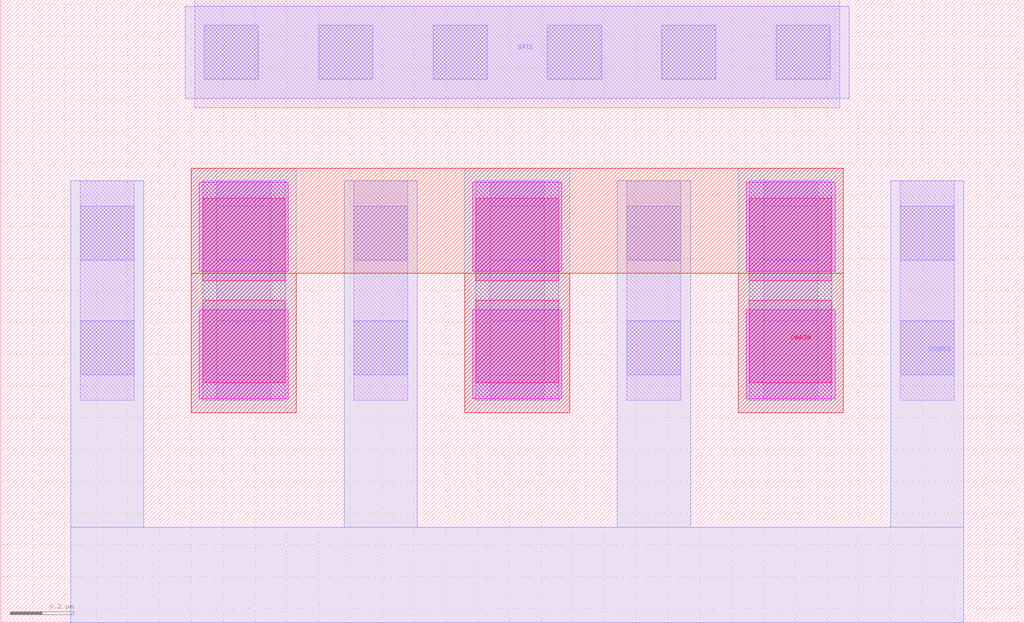
<source format=lef>
# Copyright 2020 The SkyWater PDK Authors
#
# Licensed under the Apache License, Version 2.0 (the "License");
# you may not use this file except in compliance with the License.
# You may obtain a copy of the License at
#
#     https://www.apache.org/licenses/LICENSE-2.0
#
# Unless required by applicable law or agreed to in writing, software
# distributed under the License is distributed on an "AS IS" BASIS,
# WITHOUT WARRANTIES OR CONDITIONS OF ANY KIND, either express or implied.
# See the License for the specific language governing permissions and
# limitations under the License.
#
# SPDX-License-Identifier: Apache-2.0

VERSION 5.7 ;
  NOWIREEXTENSIONATPIN ON ;
  DIVIDERCHAR "/" ;
  BUSBITCHARS "[]" ;
MACRO sky130_fd_pr__rf_pfet_01v8_aF06W0p84L0p15
  CLASS BLOCK ;
  FOREIGN sky130_fd_pr__rf_pfet_01v8_aF06W0p84L0p15 ;
  ORIGIN  0.000000  0.445000 ;
  SIZE  3.220000 BY  1.960000 ;
  PIN DRAIN
    ANTENNADIFFAREA  0.705600 ;
    PORT
      LAYER met3 ;
        RECT 0.600000 0.215000 0.930000 0.655000 ;
        RECT 0.600000 0.655000 2.650000 0.985000 ;
        RECT 1.460000 0.215000 1.790000 0.655000 ;
        RECT 2.320000 0.215000 2.650000 0.655000 ;
    END
  END DRAIN
  PIN GATE
    ANTENNAGATEAREA  0.756000 ;
    PORT
      LAYER met1 ;
        RECT 0.580000 1.205000 2.670000 1.495000 ;
    END
  END GATE
  PIN SOURCE
    ANTENNADIFFAREA  0.915600 ;
    PORT
      LAYER met1 ;
        RECT 0.220000 -0.445000 3.030000 -0.145000 ;
        RECT 0.220000 -0.145000 0.450000  0.945000 ;
        RECT 1.080000 -0.145000 1.310000  0.945000 ;
        RECT 1.940000 -0.145000 2.170000  0.945000 ;
        RECT 2.800000 -0.145000 3.030000  0.945000 ;
    END
  END SOURCE
  OBS
    LAYER li1 ;
      RECT 0.250000 0.255000 0.420000 0.945000 ;
      RECT 0.610000 1.175000 2.640000 1.515000 ;
      RECT 0.680000 0.255000 0.850000 0.945000 ;
      RECT 1.110000 0.255000 1.280000 0.945000 ;
      RECT 1.540000 0.255000 1.710000 0.945000 ;
      RECT 1.970000 0.255000 2.140000 0.945000 ;
      RECT 2.400000 0.255000 2.570000 0.945000 ;
      RECT 2.830000 0.255000 3.000000 0.945000 ;
    LAYER mcon ;
      RECT 0.250000 0.335000 0.420000 0.505000 ;
      RECT 0.250000 0.695000 0.420000 0.865000 ;
      RECT 0.640000 1.265000 0.810000 1.435000 ;
      RECT 0.680000 0.335000 0.850000 0.505000 ;
      RECT 0.680000 0.695000 0.850000 0.865000 ;
      RECT 1.000000 1.265000 1.170000 1.435000 ;
      RECT 1.110000 0.335000 1.280000 0.505000 ;
      RECT 1.110000 0.695000 1.280000 0.865000 ;
      RECT 1.360000 1.265000 1.530000 1.435000 ;
      RECT 1.540000 0.335000 1.710000 0.505000 ;
      RECT 1.540000 0.695000 1.710000 0.865000 ;
      RECT 1.720000 1.265000 1.890000 1.435000 ;
      RECT 1.970000 0.335000 2.140000 0.505000 ;
      RECT 1.970000 0.695000 2.140000 0.865000 ;
      RECT 2.080000 1.265000 2.250000 1.435000 ;
      RECT 2.400000 0.335000 2.570000 0.505000 ;
      RECT 2.400000 0.695000 2.570000 0.865000 ;
      RECT 2.440000 1.265000 2.610000 1.435000 ;
      RECT 2.830000 0.335000 3.000000 0.505000 ;
      RECT 2.830000 0.695000 3.000000 0.865000 ;
    LAYER met1 ;
      RECT 0.635000 0.255000 0.895000 0.945000 ;
      RECT 1.495000 0.255000 1.755000 0.945000 ;
      RECT 2.355000 0.255000 2.615000 0.945000 ;
    LAYER met2 ;
      RECT 0.600000 0.215000 0.930000 0.985000 ;
      RECT 1.460000 0.215000 1.790000 0.985000 ;
      RECT 2.320000 0.215000 2.650000 0.985000 ;
    LAYER via ;
      RECT 0.635000 0.310000 0.895000 0.570000 ;
      RECT 0.635000 0.630000 0.895000 0.890000 ;
      RECT 1.495000 0.310000 1.755000 0.570000 ;
      RECT 1.495000 0.630000 1.755000 0.890000 ;
      RECT 2.355000 0.310000 2.615000 0.570000 ;
      RECT 2.355000 0.630000 2.615000 0.890000 ;
    LAYER via2 ;
      RECT 0.625000 0.260000 0.905000 0.540000 ;
      RECT 0.625000 0.660000 0.905000 0.940000 ;
      RECT 1.485000 0.260000 1.765000 0.540000 ;
      RECT 1.485000 0.660000 1.765000 0.940000 ;
      RECT 2.345000 0.260000 2.625000 0.540000 ;
      RECT 2.345000 0.660000 2.625000 0.940000 ;
  END
END sky130_fd_pr__rf_pfet_01v8_aF06W0p84L0p15
END LIBRARY

</source>
